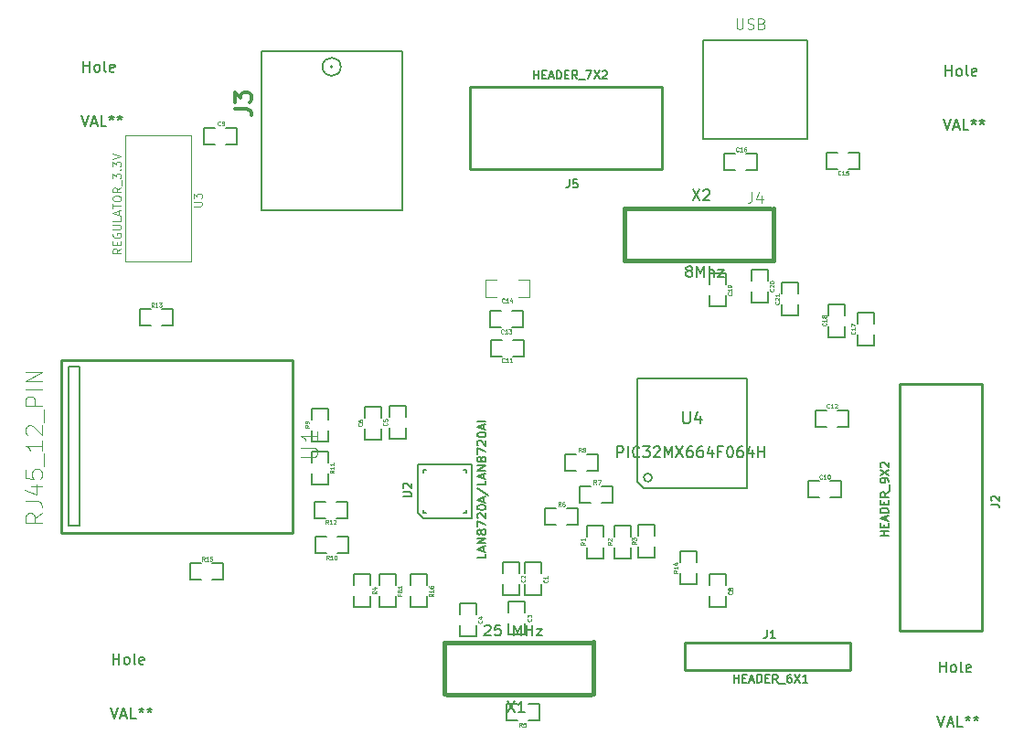
<source format=gto>
G04 (created by PCBNEW (2013-08-24 BZR 4298)-stable) date Tue 08 Oct 2013 10:17:30 PM PDT*
%MOIN*%
G04 Gerber Fmt 3.4, Leading zero omitted, Abs format*
%FSLAX34Y34*%
G01*
G70*
G90*
G04 APERTURE LIST*
%ADD10C,0.005906*%
%ADD11C,0.005900*%
%ADD12C,0.007900*%
%ADD13C,0.003900*%
%ADD14C,0.005000*%
%ADD15C,0.008000*%
%ADD16C,0.015000*%
%ADD17C,0.010000*%
%ADD18C,0.007874*%
%ADD19C,0.003700*%
%ADD20C,0.006000*%
%ADD21C,0.012000*%
%ADD22C,0.007500*%
G04 APERTURE END LIST*
G54D10*
G54D11*
X25638Y-42803D02*
X25638Y-41039D01*
X25834Y-42999D02*
X27598Y-42999D01*
X25834Y-42999D02*
X25638Y-42803D01*
G54D12*
X25932Y-42803D02*
X25834Y-42803D01*
X25834Y-42803D02*
X25834Y-42705D01*
X27402Y-42705D02*
X27402Y-42803D01*
X27402Y-42803D02*
X27304Y-42803D01*
X27304Y-41235D02*
X27402Y-41235D01*
X27402Y-41235D02*
X27402Y-41333D01*
X25834Y-41333D02*
X25834Y-41235D01*
X25834Y-41235D02*
X25932Y-41235D01*
G54D11*
X27598Y-41039D02*
X27598Y-42999D01*
X25638Y-41039D02*
X27598Y-41039D01*
G54D13*
X29299Y-34304D02*
X29699Y-34304D01*
X29701Y-34318D02*
X29701Y-34918D01*
X29701Y-34942D02*
X29301Y-34942D01*
X28517Y-34944D02*
X28117Y-34944D01*
X28111Y-34918D02*
X28111Y-34318D01*
X28113Y-34296D02*
X28513Y-34296D01*
G54D14*
X39832Y-29183D02*
X36052Y-29184D01*
X36052Y-29184D02*
X36052Y-25561D01*
X36052Y-25561D02*
X39832Y-25561D01*
X39832Y-25561D02*
X39832Y-29183D01*
G54D15*
X34182Y-41518D02*
G75*
G03X34182Y-41518I-150J0D01*
G74*
G01*
X37632Y-37918D02*
X33632Y-37918D01*
X33632Y-37918D02*
X33632Y-41668D01*
X33632Y-41668D02*
X33882Y-41918D01*
X33882Y-41918D02*
X37632Y-41918D01*
X37632Y-41918D02*
X37632Y-37918D01*
G54D16*
X26616Y-49416D02*
X26616Y-47524D01*
X32044Y-49410D02*
X32044Y-47518D01*
X31928Y-47524D02*
X26726Y-47524D01*
X31930Y-49422D02*
X26728Y-49422D01*
X38607Y-31713D02*
X38607Y-33605D01*
X33179Y-31719D02*
X33179Y-33611D01*
X33295Y-33605D02*
X38497Y-33605D01*
X33293Y-31707D02*
X38495Y-31707D01*
G54D10*
X13307Y-37460D02*
X12913Y-37460D01*
X12913Y-37460D02*
X12913Y-43287D01*
X12913Y-43287D02*
X13307Y-43287D01*
X13307Y-43287D02*
X13307Y-37460D01*
G54D17*
X21062Y-37224D02*
X21062Y-43523D01*
X21062Y-43523D02*
X12637Y-43523D01*
X12637Y-43523D02*
X12637Y-37224D01*
X12637Y-37224D02*
X21062Y-37224D01*
G54D10*
X22533Y-26541D02*
G75*
G03X22533Y-26541I-29J0D01*
G74*
G01*
X22838Y-26541D02*
G75*
G03X22838Y-26541I-334J0D01*
G74*
G01*
G54D12*
X19943Y-31787D02*
X19943Y-25960D01*
X19943Y-25960D02*
X25063Y-25960D01*
G54D10*
X25063Y-25960D02*
X25063Y-31787D01*
G54D12*
X25063Y-31787D02*
X19943Y-31787D01*
G54D14*
X25388Y-45449D02*
X25388Y-45049D01*
X25388Y-45049D02*
X25988Y-45049D01*
X25988Y-45049D02*
X25988Y-45449D01*
X25988Y-45849D02*
X25988Y-46249D01*
X25988Y-46249D02*
X25388Y-46249D01*
X25388Y-46249D02*
X25388Y-45849D01*
X17752Y-45240D02*
X17352Y-45240D01*
X17352Y-45240D02*
X17352Y-44640D01*
X17352Y-44640D02*
X17752Y-44640D01*
X18152Y-44640D02*
X18552Y-44640D01*
X18552Y-44640D02*
X18552Y-45240D01*
X18552Y-45240D02*
X18152Y-45240D01*
X35800Y-45018D02*
X35800Y-45418D01*
X35800Y-45418D02*
X35200Y-45418D01*
X35200Y-45418D02*
X35200Y-45018D01*
X35200Y-44618D02*
X35200Y-44218D01*
X35200Y-44218D02*
X35800Y-44218D01*
X35800Y-44218D02*
X35800Y-44618D01*
X22680Y-42396D02*
X23080Y-42396D01*
X23080Y-42396D02*
X23080Y-42996D01*
X23080Y-42996D02*
X22680Y-42996D01*
X22280Y-42996D02*
X21880Y-42996D01*
X21880Y-42996D02*
X21880Y-42396D01*
X21880Y-42396D02*
X22280Y-42396D01*
X21766Y-40961D02*
X21766Y-40561D01*
X21766Y-40561D02*
X22366Y-40561D01*
X22366Y-40561D02*
X22366Y-40961D01*
X22366Y-41361D02*
X22366Y-41761D01*
X22366Y-41761D02*
X21766Y-41761D01*
X21766Y-41761D02*
X21766Y-41361D01*
X22709Y-43686D02*
X23109Y-43686D01*
X23109Y-43686D02*
X23109Y-44286D01*
X23109Y-44286D02*
X22709Y-44286D01*
X22309Y-44286D02*
X21909Y-44286D01*
X21909Y-44286D02*
X21909Y-43686D01*
X21909Y-43686D02*
X22309Y-43686D01*
X22366Y-39796D02*
X22366Y-40196D01*
X22366Y-40196D02*
X21766Y-40196D01*
X21766Y-40196D02*
X21766Y-39796D01*
X21766Y-39396D02*
X21766Y-38996D01*
X21766Y-38996D02*
X22366Y-38996D01*
X22366Y-38996D02*
X22366Y-39396D01*
X31418Y-41272D02*
X31018Y-41272D01*
X31018Y-41272D02*
X31018Y-40672D01*
X31018Y-40672D02*
X31418Y-40672D01*
X31818Y-40672D02*
X32218Y-40672D01*
X32218Y-40672D02*
X32218Y-41272D01*
X32218Y-41272D02*
X31818Y-41272D01*
X31961Y-42441D02*
X31561Y-42441D01*
X31561Y-42441D02*
X31561Y-41841D01*
X31561Y-41841D02*
X31961Y-41841D01*
X32361Y-41841D02*
X32761Y-41841D01*
X32761Y-41841D02*
X32761Y-42441D01*
X32761Y-42441D02*
X32361Y-42441D01*
X30670Y-43240D02*
X30270Y-43240D01*
X30270Y-43240D02*
X30270Y-42640D01*
X30270Y-42640D02*
X30670Y-42640D01*
X31070Y-42640D02*
X31470Y-42640D01*
X31470Y-42640D02*
X31470Y-43240D01*
X31470Y-43240D02*
X31070Y-43240D01*
X29668Y-49786D02*
X30068Y-49786D01*
X30068Y-49786D02*
X30068Y-50386D01*
X30068Y-50386D02*
X29668Y-50386D01*
X29268Y-50386D02*
X28868Y-50386D01*
X28868Y-50386D02*
X28868Y-49786D01*
X28868Y-49786D02*
X29268Y-49786D01*
X23318Y-45429D02*
X23318Y-45029D01*
X23318Y-45029D02*
X23918Y-45029D01*
X23918Y-45029D02*
X23918Y-45429D01*
X23918Y-45829D02*
X23918Y-46229D01*
X23918Y-46229D02*
X23318Y-46229D01*
X23318Y-46229D02*
X23318Y-45829D01*
X34288Y-44038D02*
X34288Y-44438D01*
X34288Y-44438D02*
X33688Y-44438D01*
X33688Y-44438D02*
X33688Y-44038D01*
X33688Y-43638D02*
X33688Y-43238D01*
X33688Y-43238D02*
X34288Y-43238D01*
X34288Y-43238D02*
X34288Y-43638D01*
X33398Y-44058D02*
X33398Y-44458D01*
X33398Y-44458D02*
X32798Y-44458D01*
X32798Y-44458D02*
X32798Y-44058D01*
X32798Y-43658D02*
X32798Y-43258D01*
X32798Y-43258D02*
X33398Y-43258D01*
X33398Y-43258D02*
X33398Y-43658D01*
X32418Y-44062D02*
X32418Y-44462D01*
X32418Y-44462D02*
X31818Y-44462D01*
X31818Y-44462D02*
X31818Y-44062D01*
X31818Y-43662D02*
X31818Y-43262D01*
X31818Y-43262D02*
X32418Y-43262D01*
X32418Y-43262D02*
X32418Y-43662D01*
X24239Y-45449D02*
X24239Y-45049D01*
X24239Y-45049D02*
X24839Y-45049D01*
X24839Y-45049D02*
X24839Y-45449D01*
X24839Y-45849D02*
X24839Y-46249D01*
X24839Y-46249D02*
X24239Y-46249D01*
X24239Y-46249D02*
X24239Y-45849D01*
X39500Y-35219D02*
X39500Y-35619D01*
X39500Y-35619D02*
X38900Y-35619D01*
X38900Y-35619D02*
X38900Y-35219D01*
X38900Y-34819D02*
X38900Y-34419D01*
X38900Y-34419D02*
X39500Y-34419D01*
X39500Y-34419D02*
X39500Y-34819D01*
X37806Y-34331D02*
X37806Y-33931D01*
X37806Y-33931D02*
X38406Y-33931D01*
X38406Y-33931D02*
X38406Y-34331D01*
X38406Y-34731D02*
X38406Y-35131D01*
X38406Y-35131D02*
X37806Y-35131D01*
X37806Y-35131D02*
X37806Y-34731D01*
X36270Y-34481D02*
X36270Y-34081D01*
X36270Y-34081D02*
X36870Y-34081D01*
X36870Y-34081D02*
X36870Y-34481D01*
X36870Y-34881D02*
X36870Y-35281D01*
X36870Y-35281D02*
X36270Y-35281D01*
X36270Y-35281D02*
X36270Y-34881D01*
X41221Y-36003D02*
X41221Y-36403D01*
X41221Y-36403D02*
X40621Y-36403D01*
X40621Y-36403D02*
X40621Y-36003D01*
X40621Y-35603D02*
X40621Y-35203D01*
X40621Y-35203D02*
X41221Y-35203D01*
X41221Y-35203D02*
X41221Y-35603D01*
X42268Y-36306D02*
X42268Y-36706D01*
X42268Y-36706D02*
X41668Y-36706D01*
X41668Y-36706D02*
X41668Y-36306D01*
X41668Y-35906D02*
X41668Y-35506D01*
X41668Y-35506D02*
X42268Y-35506D01*
X42268Y-35506D02*
X42268Y-35906D01*
X37221Y-30309D02*
X36821Y-30309D01*
X36821Y-30309D02*
X36821Y-29709D01*
X36821Y-29709D02*
X37221Y-29709D01*
X37621Y-29709D02*
X38021Y-29709D01*
X38021Y-29709D02*
X38021Y-30309D01*
X38021Y-30309D02*
X37621Y-30309D01*
X41361Y-29656D02*
X41761Y-29656D01*
X41761Y-29656D02*
X41761Y-30256D01*
X41761Y-30256D02*
X41361Y-30256D01*
X40961Y-30256D02*
X40561Y-30256D01*
X40561Y-30256D02*
X40561Y-29656D01*
X40561Y-29656D02*
X40961Y-29656D01*
X29074Y-35444D02*
X29474Y-35444D01*
X29474Y-35444D02*
X29474Y-36044D01*
X29474Y-36044D02*
X29074Y-36044D01*
X28674Y-36044D02*
X28274Y-36044D01*
X28274Y-36044D02*
X28274Y-35444D01*
X28274Y-35444D02*
X28674Y-35444D01*
X40532Y-39666D02*
X40132Y-39666D01*
X40132Y-39666D02*
X40132Y-39066D01*
X40132Y-39066D02*
X40532Y-39066D01*
X40932Y-39066D02*
X41332Y-39066D01*
X41332Y-39066D02*
X41332Y-39666D01*
X41332Y-39666D02*
X40932Y-39666D01*
X29105Y-36495D02*
X29505Y-36495D01*
X29505Y-36495D02*
X29505Y-37095D01*
X29505Y-37095D02*
X29105Y-37095D01*
X28705Y-37095D02*
X28305Y-37095D01*
X28305Y-37095D02*
X28305Y-36495D01*
X28305Y-36495D02*
X28705Y-36495D01*
X40272Y-42252D02*
X39872Y-42252D01*
X39872Y-42252D02*
X39872Y-41652D01*
X39872Y-41652D02*
X40272Y-41652D01*
X40672Y-41652D02*
X41072Y-41652D01*
X41072Y-41652D02*
X41072Y-42252D01*
X41072Y-42252D02*
X40672Y-42252D01*
X18256Y-29362D02*
X17856Y-29362D01*
X17856Y-29362D02*
X17856Y-28762D01*
X17856Y-28762D02*
X18256Y-28762D01*
X18656Y-28762D02*
X19056Y-28762D01*
X19056Y-28762D02*
X19056Y-29362D01*
X19056Y-29362D02*
X18656Y-29362D01*
X36290Y-45453D02*
X36290Y-45053D01*
X36290Y-45053D02*
X36890Y-45053D01*
X36890Y-45053D02*
X36890Y-45453D01*
X36890Y-45853D02*
X36890Y-46253D01*
X36890Y-46253D02*
X36290Y-46253D01*
X36290Y-46253D02*
X36290Y-45853D01*
X24300Y-39739D02*
X24300Y-40139D01*
X24300Y-40139D02*
X23700Y-40139D01*
X23700Y-40139D02*
X23700Y-39739D01*
X23700Y-39339D02*
X23700Y-38939D01*
X23700Y-38939D02*
X24300Y-38939D01*
X24300Y-38939D02*
X24300Y-39339D01*
X25213Y-39711D02*
X25213Y-40111D01*
X25213Y-40111D02*
X24613Y-40111D01*
X24613Y-40111D02*
X24613Y-39711D01*
X24613Y-39311D02*
X24613Y-38911D01*
X24613Y-38911D02*
X25213Y-38911D01*
X25213Y-38911D02*
X25213Y-39311D01*
X27168Y-46500D02*
X27168Y-46100D01*
X27168Y-46100D02*
X27768Y-46100D01*
X27768Y-46100D02*
X27768Y-46500D01*
X27768Y-46900D02*
X27768Y-47300D01*
X27768Y-47300D02*
X27168Y-47300D01*
X27168Y-47300D02*
X27168Y-46900D01*
X28959Y-46429D02*
X28959Y-46029D01*
X28959Y-46029D02*
X29559Y-46029D01*
X29559Y-46029D02*
X29559Y-46429D01*
X29559Y-46829D02*
X29559Y-47229D01*
X29559Y-47229D02*
X28959Y-47229D01*
X28959Y-47229D02*
X28959Y-46829D01*
X28731Y-45000D02*
X28731Y-44600D01*
X28731Y-44600D02*
X29331Y-44600D01*
X29331Y-44600D02*
X29331Y-45000D01*
X29331Y-45400D02*
X29331Y-45800D01*
X29331Y-45800D02*
X28731Y-45800D01*
X28731Y-45800D02*
X28731Y-45400D01*
X29558Y-45020D02*
X29558Y-44620D01*
X29558Y-44620D02*
X30158Y-44620D01*
X30158Y-44620D02*
X30158Y-45020D01*
X30158Y-45420D02*
X30158Y-45820D01*
X30158Y-45820D02*
X29558Y-45820D01*
X29558Y-45820D02*
X29558Y-45420D01*
X15902Y-35979D02*
X15502Y-35979D01*
X15502Y-35979D02*
X15502Y-35379D01*
X15502Y-35379D02*
X15902Y-35379D01*
X16302Y-35379D02*
X16702Y-35379D01*
X16702Y-35379D02*
X16702Y-35979D01*
X16702Y-35979D02*
X16302Y-35979D01*
G54D13*
X17385Y-29050D02*
X17385Y-33650D01*
X17385Y-33650D02*
X14985Y-33650D01*
X14985Y-33650D02*
X14985Y-29050D01*
X14985Y-29050D02*
X17385Y-29050D01*
G54D17*
X41401Y-47531D02*
X35401Y-47531D01*
X41401Y-47531D02*
X41401Y-48531D01*
X41407Y-48537D02*
X35395Y-48537D01*
X35395Y-48537D02*
X35395Y-47529D01*
X34537Y-27255D02*
X34537Y-30255D01*
X34543Y-27255D02*
X27543Y-27255D01*
X34543Y-30255D02*
X27543Y-30255D01*
X27539Y-30255D02*
X27539Y-27255D01*
X43226Y-38094D02*
X46226Y-38094D01*
X43196Y-38094D02*
X43196Y-47094D01*
X46196Y-38094D02*
X46196Y-47094D01*
X46226Y-47102D02*
X43226Y-47102D01*
G54D18*
X25097Y-42220D02*
X25352Y-42220D01*
X25382Y-42205D01*
X25397Y-42190D01*
X25412Y-42160D01*
X25412Y-42100D01*
X25397Y-42070D01*
X25382Y-42055D01*
X25352Y-42040D01*
X25097Y-42040D01*
X25127Y-41905D02*
X25112Y-41890D01*
X25097Y-41860D01*
X25097Y-41785D01*
X25112Y-41755D01*
X25127Y-41740D01*
X25157Y-41725D01*
X25187Y-41725D01*
X25232Y-41740D01*
X25412Y-41920D01*
X25412Y-41725D01*
X28128Y-44290D02*
X28128Y-44440D01*
X27813Y-44440D01*
X28038Y-44200D02*
X28038Y-44050D01*
X28128Y-44230D02*
X27813Y-44125D01*
X28128Y-44020D01*
X28128Y-43915D02*
X27813Y-43915D01*
X28128Y-43735D01*
X27813Y-43735D01*
X27948Y-43540D02*
X27933Y-43570D01*
X27918Y-43585D01*
X27888Y-43600D01*
X27873Y-43600D01*
X27843Y-43585D01*
X27828Y-43570D01*
X27813Y-43540D01*
X27813Y-43480D01*
X27828Y-43450D01*
X27843Y-43435D01*
X27873Y-43420D01*
X27888Y-43420D01*
X27918Y-43435D01*
X27933Y-43450D01*
X27948Y-43480D01*
X27948Y-43540D01*
X27963Y-43570D01*
X27978Y-43585D01*
X28008Y-43600D01*
X28068Y-43600D01*
X28098Y-43585D01*
X28113Y-43570D01*
X28128Y-43540D01*
X28128Y-43480D01*
X28113Y-43450D01*
X28098Y-43435D01*
X28068Y-43420D01*
X28008Y-43420D01*
X27978Y-43435D01*
X27963Y-43450D01*
X27948Y-43480D01*
X27813Y-43315D02*
X27813Y-43105D01*
X28128Y-43240D01*
X27843Y-43000D02*
X27828Y-42985D01*
X27813Y-42955D01*
X27813Y-42880D01*
X27828Y-42850D01*
X27843Y-42835D01*
X27873Y-42820D01*
X27903Y-42820D01*
X27948Y-42835D01*
X28128Y-43015D01*
X28128Y-42820D01*
X27813Y-42625D02*
X27813Y-42595D01*
X27828Y-42565D01*
X27843Y-42550D01*
X27873Y-42535D01*
X27933Y-42520D01*
X28008Y-42520D01*
X28068Y-42535D01*
X28098Y-42550D01*
X28113Y-42565D01*
X28128Y-42595D01*
X28128Y-42625D01*
X28113Y-42655D01*
X28098Y-42670D01*
X28068Y-42685D01*
X28008Y-42700D01*
X27933Y-42700D01*
X27873Y-42685D01*
X27843Y-42670D01*
X27828Y-42655D01*
X27813Y-42625D01*
X28038Y-42400D02*
X28038Y-42250D01*
X28128Y-42430D02*
X27813Y-42325D01*
X28128Y-42220D01*
X27798Y-41890D02*
X28203Y-42160D01*
X28128Y-41635D02*
X28128Y-41785D01*
X27813Y-41785D01*
X28038Y-41545D02*
X28038Y-41395D01*
X28128Y-41575D02*
X27813Y-41470D01*
X28128Y-41365D01*
X28128Y-41260D02*
X27813Y-41260D01*
X28128Y-41080D01*
X27813Y-41080D01*
X27948Y-40885D02*
X27933Y-40915D01*
X27918Y-40930D01*
X27888Y-40945D01*
X27873Y-40945D01*
X27843Y-40930D01*
X27828Y-40915D01*
X27813Y-40885D01*
X27813Y-40825D01*
X27828Y-40795D01*
X27843Y-40780D01*
X27873Y-40765D01*
X27888Y-40765D01*
X27918Y-40780D01*
X27933Y-40795D01*
X27948Y-40825D01*
X27948Y-40885D01*
X27963Y-40915D01*
X27978Y-40930D01*
X28008Y-40945D01*
X28068Y-40945D01*
X28098Y-40930D01*
X28113Y-40915D01*
X28128Y-40885D01*
X28128Y-40825D01*
X28113Y-40795D01*
X28098Y-40780D01*
X28068Y-40765D01*
X28008Y-40765D01*
X27978Y-40780D01*
X27963Y-40795D01*
X27948Y-40825D01*
X27813Y-40660D02*
X27813Y-40450D01*
X28128Y-40585D01*
X27843Y-40345D02*
X27828Y-40330D01*
X27813Y-40300D01*
X27813Y-40226D01*
X27828Y-40196D01*
X27843Y-40181D01*
X27873Y-40166D01*
X27903Y-40166D01*
X27948Y-40181D01*
X28128Y-40360D01*
X28128Y-40166D01*
X27813Y-39971D02*
X27813Y-39941D01*
X27828Y-39911D01*
X27843Y-39896D01*
X27873Y-39881D01*
X27933Y-39866D01*
X28008Y-39866D01*
X28068Y-39881D01*
X28098Y-39896D01*
X28113Y-39911D01*
X28128Y-39941D01*
X28128Y-39971D01*
X28113Y-40001D01*
X28098Y-40016D01*
X28068Y-40031D01*
X28008Y-40046D01*
X27933Y-40046D01*
X27873Y-40031D01*
X27843Y-40016D01*
X27828Y-40001D01*
X27813Y-39971D01*
X28038Y-39746D02*
X28038Y-39596D01*
X28128Y-39776D02*
X27813Y-39671D01*
X28128Y-39566D01*
X28128Y-39461D02*
X27813Y-39461D01*
G54D19*
X28799Y-35123D02*
X28791Y-35130D01*
X28770Y-35137D01*
X28756Y-35137D01*
X28734Y-35130D01*
X28720Y-35116D01*
X28713Y-35102D01*
X28706Y-35073D01*
X28706Y-35052D01*
X28713Y-35023D01*
X28720Y-35009D01*
X28734Y-34995D01*
X28756Y-34987D01*
X28770Y-34987D01*
X28791Y-34995D01*
X28799Y-35002D01*
X28941Y-35137D02*
X28856Y-35137D01*
X28899Y-35137D02*
X28899Y-34987D01*
X28884Y-35009D01*
X28870Y-35023D01*
X28856Y-35030D01*
X29070Y-35037D02*
X29070Y-35137D01*
X29034Y-34980D02*
X28999Y-35087D01*
X29091Y-35087D01*
G54D13*
X37826Y-31110D02*
X37826Y-31391D01*
X37807Y-31447D01*
X37770Y-31485D01*
X37714Y-31504D01*
X37676Y-31504D01*
X38183Y-31241D02*
X38183Y-31504D01*
X38089Y-31091D02*
X37995Y-31372D01*
X38239Y-31372D01*
X37270Y-24776D02*
X37270Y-25095D01*
X37289Y-25132D01*
X37308Y-25151D01*
X37345Y-25170D01*
X37420Y-25170D01*
X37458Y-25151D01*
X37477Y-25132D01*
X37495Y-25095D01*
X37495Y-24776D01*
X37664Y-25151D02*
X37721Y-25170D01*
X37814Y-25170D01*
X37852Y-25151D01*
X37871Y-25132D01*
X37889Y-25095D01*
X37889Y-25057D01*
X37871Y-25020D01*
X37852Y-25001D01*
X37814Y-24982D01*
X37739Y-24963D01*
X37702Y-24945D01*
X37683Y-24926D01*
X37664Y-24888D01*
X37664Y-24851D01*
X37683Y-24813D01*
X37702Y-24795D01*
X37739Y-24776D01*
X37833Y-24776D01*
X37889Y-24795D01*
X38190Y-24963D02*
X38246Y-24982D01*
X38265Y-25001D01*
X38283Y-25038D01*
X38283Y-25095D01*
X38265Y-25132D01*
X38246Y-25151D01*
X38208Y-25170D01*
X38058Y-25170D01*
X38058Y-24776D01*
X38190Y-24776D01*
X38227Y-24795D01*
X38246Y-24813D01*
X38265Y-24851D01*
X38265Y-24888D01*
X38246Y-24926D01*
X38227Y-24945D01*
X38190Y-24963D01*
X38058Y-24963D01*
G54D14*
X35320Y-39113D02*
X35320Y-39464D01*
X35341Y-39505D01*
X35361Y-39526D01*
X35402Y-39546D01*
X35485Y-39546D01*
X35526Y-39526D01*
X35547Y-39505D01*
X35567Y-39464D01*
X35567Y-39113D01*
X35959Y-39258D02*
X35959Y-39546D01*
X35856Y-39093D02*
X35753Y-39402D01*
X36021Y-39402D01*
G54D20*
X32917Y-40779D02*
X32917Y-40385D01*
X33067Y-40385D01*
X33105Y-40403D01*
X33123Y-40422D01*
X33142Y-40460D01*
X33142Y-40516D01*
X33123Y-40553D01*
X33105Y-40572D01*
X33067Y-40591D01*
X32917Y-40591D01*
X33311Y-40779D02*
X33311Y-40385D01*
X33724Y-40741D02*
X33705Y-40760D01*
X33649Y-40779D01*
X33611Y-40779D01*
X33555Y-40760D01*
X33517Y-40722D01*
X33499Y-40685D01*
X33480Y-40610D01*
X33480Y-40553D01*
X33499Y-40478D01*
X33517Y-40441D01*
X33555Y-40403D01*
X33611Y-40385D01*
X33649Y-40385D01*
X33705Y-40403D01*
X33724Y-40422D01*
X33855Y-40385D02*
X34099Y-40385D01*
X33968Y-40535D01*
X34024Y-40535D01*
X34061Y-40553D01*
X34080Y-40572D01*
X34099Y-40610D01*
X34099Y-40703D01*
X34080Y-40741D01*
X34061Y-40760D01*
X34024Y-40779D01*
X33911Y-40779D01*
X33874Y-40760D01*
X33855Y-40741D01*
X34249Y-40422D02*
X34268Y-40403D01*
X34305Y-40385D01*
X34399Y-40385D01*
X34437Y-40403D01*
X34455Y-40422D01*
X34474Y-40460D01*
X34474Y-40497D01*
X34455Y-40553D01*
X34230Y-40779D01*
X34474Y-40779D01*
X34643Y-40779D02*
X34643Y-40385D01*
X34774Y-40666D01*
X34906Y-40385D01*
X34906Y-40779D01*
X35056Y-40385D02*
X35318Y-40779D01*
X35318Y-40385D02*
X35056Y-40779D01*
X35637Y-40385D02*
X35562Y-40385D01*
X35525Y-40403D01*
X35506Y-40422D01*
X35469Y-40478D01*
X35450Y-40553D01*
X35450Y-40703D01*
X35469Y-40741D01*
X35487Y-40760D01*
X35525Y-40779D01*
X35600Y-40779D01*
X35637Y-40760D01*
X35656Y-40741D01*
X35675Y-40703D01*
X35675Y-40610D01*
X35656Y-40572D01*
X35637Y-40553D01*
X35600Y-40535D01*
X35525Y-40535D01*
X35487Y-40553D01*
X35469Y-40572D01*
X35450Y-40610D01*
X36013Y-40385D02*
X35938Y-40385D01*
X35900Y-40403D01*
X35881Y-40422D01*
X35844Y-40478D01*
X35825Y-40553D01*
X35825Y-40703D01*
X35844Y-40741D01*
X35863Y-40760D01*
X35900Y-40779D01*
X35975Y-40779D01*
X36013Y-40760D01*
X36031Y-40741D01*
X36050Y-40703D01*
X36050Y-40610D01*
X36031Y-40572D01*
X36013Y-40553D01*
X35975Y-40535D01*
X35900Y-40535D01*
X35863Y-40553D01*
X35844Y-40572D01*
X35825Y-40610D01*
X36388Y-40516D02*
X36388Y-40779D01*
X36294Y-40366D02*
X36200Y-40647D01*
X36444Y-40647D01*
X36726Y-40572D02*
X36594Y-40572D01*
X36594Y-40779D02*
X36594Y-40385D01*
X36782Y-40385D01*
X37007Y-40385D02*
X37045Y-40385D01*
X37082Y-40403D01*
X37101Y-40422D01*
X37120Y-40460D01*
X37138Y-40535D01*
X37138Y-40628D01*
X37120Y-40703D01*
X37101Y-40741D01*
X37082Y-40760D01*
X37045Y-40779D01*
X37007Y-40779D01*
X36970Y-40760D01*
X36951Y-40741D01*
X36932Y-40703D01*
X36913Y-40628D01*
X36913Y-40535D01*
X36932Y-40460D01*
X36951Y-40422D01*
X36970Y-40403D01*
X37007Y-40385D01*
X37476Y-40385D02*
X37401Y-40385D01*
X37364Y-40403D01*
X37345Y-40422D01*
X37307Y-40478D01*
X37288Y-40553D01*
X37288Y-40703D01*
X37307Y-40741D01*
X37326Y-40760D01*
X37364Y-40779D01*
X37439Y-40779D01*
X37476Y-40760D01*
X37495Y-40741D01*
X37514Y-40703D01*
X37514Y-40610D01*
X37495Y-40572D01*
X37476Y-40553D01*
X37439Y-40535D01*
X37364Y-40535D01*
X37326Y-40553D01*
X37307Y-40572D01*
X37288Y-40610D01*
X37851Y-40516D02*
X37851Y-40779D01*
X37758Y-40366D02*
X37664Y-40647D01*
X37908Y-40647D01*
X38058Y-40779D02*
X38058Y-40385D01*
X38058Y-40572D02*
X38283Y-40572D01*
X38283Y-40779D02*
X38283Y-40385D01*
G54D12*
X28921Y-49678D02*
X29184Y-50072D01*
X29184Y-49678D02*
X28921Y-50072D01*
X29540Y-50072D02*
X29315Y-50072D01*
X29428Y-50072D02*
X29428Y-49678D01*
X29390Y-49734D01*
X29353Y-49772D01*
X29315Y-49791D01*
X28079Y-46930D02*
X28098Y-46911D01*
X28135Y-46892D01*
X28229Y-46892D01*
X28267Y-46911D01*
X28285Y-46930D01*
X28304Y-46967D01*
X28304Y-47005D01*
X28285Y-47061D01*
X28060Y-47286D01*
X28304Y-47286D01*
X28661Y-46892D02*
X28473Y-46892D01*
X28454Y-47080D01*
X28473Y-47061D01*
X28510Y-47042D01*
X28604Y-47042D01*
X28642Y-47061D01*
X28661Y-47080D01*
X28679Y-47117D01*
X28679Y-47211D01*
X28661Y-47249D01*
X28642Y-47267D01*
X28604Y-47286D01*
X28510Y-47286D01*
X28473Y-47267D01*
X28454Y-47249D01*
X29148Y-47286D02*
X29148Y-46892D01*
X29280Y-47174D01*
X29411Y-46892D01*
X29411Y-47286D01*
X29599Y-47286D02*
X29599Y-46892D01*
X29599Y-47080D02*
X29824Y-47080D01*
X29824Y-47286D02*
X29824Y-46892D01*
X29974Y-47023D02*
X30180Y-47023D01*
X29974Y-47286D01*
X30180Y-47286D01*
X35664Y-31019D02*
X35927Y-31413D01*
X35927Y-31019D02*
X35664Y-31413D01*
X36058Y-31057D02*
X36077Y-31038D01*
X36115Y-31019D01*
X36208Y-31019D01*
X36246Y-31038D01*
X36265Y-31057D01*
X36283Y-31094D01*
X36283Y-31132D01*
X36265Y-31188D01*
X36039Y-31413D01*
X36283Y-31413D01*
X35503Y-33974D02*
X35465Y-33955D01*
X35447Y-33937D01*
X35428Y-33899D01*
X35428Y-33880D01*
X35447Y-33843D01*
X35465Y-33824D01*
X35503Y-33805D01*
X35578Y-33805D01*
X35615Y-33824D01*
X35634Y-33843D01*
X35653Y-33880D01*
X35653Y-33899D01*
X35634Y-33937D01*
X35615Y-33955D01*
X35578Y-33974D01*
X35503Y-33974D01*
X35465Y-33993D01*
X35447Y-34012D01*
X35428Y-34049D01*
X35428Y-34124D01*
X35447Y-34162D01*
X35465Y-34181D01*
X35503Y-34199D01*
X35578Y-34199D01*
X35615Y-34181D01*
X35634Y-34162D01*
X35653Y-34124D01*
X35653Y-34049D01*
X35634Y-34012D01*
X35615Y-33993D01*
X35578Y-33974D01*
X35822Y-34199D02*
X35822Y-33805D01*
X35953Y-34087D01*
X36084Y-33805D01*
X36084Y-34199D01*
X36272Y-34199D02*
X36272Y-33805D01*
X36441Y-34199D02*
X36441Y-33993D01*
X36422Y-33955D01*
X36385Y-33937D01*
X36328Y-33937D01*
X36291Y-33955D01*
X36272Y-33974D01*
X36591Y-33937D02*
X36797Y-33937D01*
X36591Y-34199D01*
X36797Y-34199D01*
G54D13*
X21389Y-40771D02*
X21875Y-40771D01*
X21932Y-40742D01*
X21961Y-40714D01*
X21989Y-40656D01*
X21989Y-40542D01*
X21961Y-40485D01*
X21932Y-40456D01*
X21875Y-40428D01*
X21389Y-40428D01*
X21989Y-39828D02*
X21989Y-40171D01*
X21989Y-39999D02*
X21389Y-39999D01*
X21475Y-40056D01*
X21532Y-40114D01*
X21561Y-40171D01*
X11949Y-42814D02*
X11664Y-43014D01*
X11949Y-43156D02*
X11349Y-43156D01*
X11349Y-42928D01*
X11378Y-42871D01*
X11406Y-42842D01*
X11464Y-42814D01*
X11549Y-42814D01*
X11606Y-42842D01*
X11635Y-42871D01*
X11664Y-42928D01*
X11664Y-43156D01*
X11349Y-42385D02*
X11778Y-42385D01*
X11864Y-42414D01*
X11921Y-42471D01*
X11949Y-42556D01*
X11949Y-42614D01*
X11549Y-41842D02*
X11949Y-41842D01*
X11321Y-41985D02*
X11749Y-42128D01*
X11749Y-41756D01*
X11349Y-41242D02*
X11349Y-41528D01*
X11635Y-41556D01*
X11606Y-41528D01*
X11578Y-41471D01*
X11578Y-41328D01*
X11606Y-41271D01*
X11635Y-41242D01*
X11692Y-41214D01*
X11835Y-41214D01*
X11892Y-41242D01*
X11921Y-41271D01*
X11949Y-41328D01*
X11949Y-41471D01*
X11921Y-41528D01*
X11892Y-41556D01*
X12006Y-41099D02*
X12006Y-40642D01*
X11949Y-40185D02*
X11949Y-40528D01*
X11949Y-40356D02*
X11349Y-40356D01*
X11435Y-40414D01*
X11492Y-40471D01*
X11521Y-40528D01*
X11406Y-39956D02*
X11378Y-39928D01*
X11349Y-39871D01*
X11349Y-39728D01*
X11378Y-39671D01*
X11406Y-39642D01*
X11464Y-39614D01*
X11521Y-39614D01*
X11606Y-39642D01*
X11949Y-39985D01*
X11949Y-39614D01*
X12006Y-39499D02*
X12006Y-39042D01*
X11949Y-38899D02*
X11349Y-38899D01*
X11349Y-38671D01*
X11378Y-38614D01*
X11406Y-38585D01*
X11464Y-38556D01*
X11549Y-38556D01*
X11606Y-38585D01*
X11635Y-38614D01*
X11664Y-38671D01*
X11664Y-38899D01*
X11949Y-38299D02*
X11349Y-38299D01*
X11949Y-38014D02*
X11349Y-38014D01*
X11949Y-37671D01*
X11349Y-37671D01*
G54D21*
X18963Y-28067D02*
X19391Y-28067D01*
X19477Y-28095D01*
X19534Y-28152D01*
X19563Y-28238D01*
X19563Y-28295D01*
X18963Y-27838D02*
X18963Y-27467D01*
X19191Y-27667D01*
X19191Y-27581D01*
X19220Y-27524D01*
X19249Y-27495D01*
X19306Y-27467D01*
X19449Y-27467D01*
X19506Y-27495D01*
X19534Y-27524D01*
X19563Y-27581D01*
X19563Y-27752D01*
X19534Y-27809D01*
X19506Y-27838D01*
G54D19*
X26208Y-45756D02*
X26137Y-45806D01*
X26208Y-45841D02*
X26058Y-45841D01*
X26058Y-45784D01*
X26065Y-45770D01*
X26073Y-45763D01*
X26087Y-45756D01*
X26108Y-45756D01*
X26123Y-45763D01*
X26130Y-45770D01*
X26137Y-45784D01*
X26137Y-45841D01*
X26208Y-45613D02*
X26208Y-45698D01*
X26208Y-45656D02*
X26058Y-45656D01*
X26080Y-45670D01*
X26094Y-45684D01*
X26101Y-45698D01*
X26058Y-45484D02*
X26058Y-45513D01*
X26065Y-45527D01*
X26073Y-45534D01*
X26094Y-45548D01*
X26123Y-45556D01*
X26180Y-45556D01*
X26194Y-45548D01*
X26201Y-45541D01*
X26208Y-45527D01*
X26208Y-45498D01*
X26201Y-45484D01*
X26194Y-45477D01*
X26180Y-45470D01*
X26144Y-45470D01*
X26130Y-45477D01*
X26123Y-45484D01*
X26115Y-45498D01*
X26115Y-45527D01*
X26123Y-45541D01*
X26130Y-45548D01*
X26144Y-45556D01*
X17866Y-44556D02*
X17816Y-44485D01*
X17780Y-44556D02*
X17780Y-44406D01*
X17837Y-44406D01*
X17852Y-44413D01*
X17859Y-44421D01*
X17866Y-44435D01*
X17866Y-44456D01*
X17859Y-44471D01*
X17852Y-44478D01*
X17837Y-44485D01*
X17780Y-44485D01*
X18009Y-44556D02*
X17923Y-44556D01*
X17966Y-44556D02*
X17966Y-44406D01*
X17952Y-44428D01*
X17937Y-44442D01*
X17923Y-44449D01*
X18144Y-44406D02*
X18073Y-44406D01*
X18066Y-44478D01*
X18073Y-44471D01*
X18087Y-44463D01*
X18123Y-44463D01*
X18137Y-44471D01*
X18144Y-44478D01*
X18152Y-44492D01*
X18152Y-44528D01*
X18144Y-44542D01*
X18137Y-44549D01*
X18123Y-44556D01*
X18087Y-44556D01*
X18073Y-44549D01*
X18066Y-44542D01*
X35115Y-44905D02*
X35044Y-44955D01*
X35115Y-44991D02*
X34965Y-44991D01*
X34965Y-44933D01*
X34973Y-44919D01*
X34980Y-44912D01*
X34994Y-44905D01*
X35015Y-44905D01*
X35030Y-44912D01*
X35037Y-44919D01*
X35044Y-44933D01*
X35044Y-44991D01*
X35115Y-44762D02*
X35115Y-44848D01*
X35115Y-44805D02*
X34965Y-44805D01*
X34987Y-44819D01*
X35001Y-44833D01*
X35008Y-44848D01*
X35015Y-44633D02*
X35115Y-44633D01*
X34958Y-44669D02*
X35065Y-44705D01*
X35065Y-44612D01*
X22373Y-43216D02*
X22323Y-43145D01*
X22288Y-43216D02*
X22288Y-43066D01*
X22345Y-43066D01*
X22359Y-43073D01*
X22366Y-43080D01*
X22373Y-43095D01*
X22373Y-43116D01*
X22366Y-43130D01*
X22359Y-43138D01*
X22345Y-43145D01*
X22288Y-43145D01*
X22516Y-43216D02*
X22431Y-43216D01*
X22473Y-43216D02*
X22473Y-43066D01*
X22459Y-43088D01*
X22445Y-43102D01*
X22431Y-43109D01*
X22573Y-43080D02*
X22581Y-43073D01*
X22595Y-43066D01*
X22631Y-43066D01*
X22645Y-43073D01*
X22652Y-43080D01*
X22659Y-43095D01*
X22659Y-43109D01*
X22652Y-43130D01*
X22566Y-43216D01*
X22659Y-43216D01*
X22586Y-41267D02*
X22515Y-41317D01*
X22586Y-41353D02*
X22436Y-41353D01*
X22436Y-41296D01*
X22443Y-41282D01*
X22451Y-41274D01*
X22465Y-41267D01*
X22486Y-41267D01*
X22501Y-41274D01*
X22508Y-41282D01*
X22515Y-41296D01*
X22515Y-41353D01*
X22586Y-41124D02*
X22586Y-41210D01*
X22586Y-41167D02*
X22436Y-41167D01*
X22458Y-41182D01*
X22472Y-41196D01*
X22479Y-41210D01*
X22586Y-40982D02*
X22586Y-41067D01*
X22586Y-41024D02*
X22436Y-41024D01*
X22458Y-41039D01*
X22472Y-41053D01*
X22479Y-41067D01*
X22403Y-44506D02*
X22353Y-44434D01*
X22317Y-44506D02*
X22317Y-44356D01*
X22374Y-44356D01*
X22389Y-44363D01*
X22396Y-44370D01*
X22403Y-44384D01*
X22403Y-44406D01*
X22396Y-44420D01*
X22389Y-44427D01*
X22374Y-44434D01*
X22317Y-44434D01*
X22546Y-44506D02*
X22460Y-44506D01*
X22503Y-44506D02*
X22503Y-44356D01*
X22489Y-44377D01*
X22474Y-44391D01*
X22460Y-44398D01*
X22639Y-44356D02*
X22653Y-44356D01*
X22667Y-44363D01*
X22674Y-44370D01*
X22681Y-44384D01*
X22689Y-44413D01*
X22689Y-44448D01*
X22681Y-44477D01*
X22674Y-44491D01*
X22667Y-44498D01*
X22653Y-44506D01*
X22639Y-44506D01*
X22624Y-44498D01*
X22617Y-44491D01*
X22610Y-44477D01*
X22603Y-44448D01*
X22603Y-44413D01*
X22610Y-44384D01*
X22617Y-44370D01*
X22624Y-44363D01*
X22639Y-44356D01*
X21682Y-39611D02*
X21611Y-39661D01*
X21682Y-39697D02*
X21532Y-39697D01*
X21532Y-39640D01*
X21539Y-39625D01*
X21547Y-39618D01*
X21561Y-39611D01*
X21582Y-39611D01*
X21597Y-39618D01*
X21604Y-39625D01*
X21611Y-39640D01*
X21611Y-39697D01*
X21682Y-39540D02*
X21682Y-39511D01*
X21675Y-39497D01*
X21668Y-39490D01*
X21647Y-39475D01*
X21618Y-39468D01*
X21561Y-39468D01*
X21547Y-39475D01*
X21539Y-39482D01*
X21532Y-39497D01*
X21532Y-39525D01*
X21539Y-39540D01*
X21547Y-39547D01*
X21561Y-39554D01*
X21597Y-39554D01*
X21611Y-39547D01*
X21618Y-39540D01*
X21625Y-39525D01*
X21625Y-39497D01*
X21618Y-39482D01*
X21611Y-39475D01*
X21597Y-39468D01*
X31603Y-40588D02*
X31553Y-40516D01*
X31517Y-40588D02*
X31517Y-40438D01*
X31574Y-40438D01*
X31588Y-40445D01*
X31595Y-40452D01*
X31603Y-40466D01*
X31603Y-40488D01*
X31595Y-40502D01*
X31588Y-40509D01*
X31574Y-40516D01*
X31517Y-40516D01*
X31688Y-40502D02*
X31674Y-40495D01*
X31667Y-40488D01*
X31660Y-40474D01*
X31660Y-40466D01*
X31667Y-40452D01*
X31674Y-40445D01*
X31688Y-40438D01*
X31717Y-40438D01*
X31731Y-40445D01*
X31738Y-40452D01*
X31745Y-40466D01*
X31745Y-40474D01*
X31738Y-40488D01*
X31731Y-40495D01*
X31717Y-40502D01*
X31688Y-40502D01*
X31674Y-40509D01*
X31667Y-40516D01*
X31660Y-40531D01*
X31660Y-40559D01*
X31667Y-40574D01*
X31674Y-40581D01*
X31688Y-40588D01*
X31717Y-40588D01*
X31731Y-40581D01*
X31738Y-40574D01*
X31745Y-40559D01*
X31745Y-40531D01*
X31738Y-40516D01*
X31731Y-40509D01*
X31717Y-40502D01*
X32146Y-41757D02*
X32096Y-41686D01*
X32060Y-41757D02*
X32060Y-41607D01*
X32117Y-41607D01*
X32132Y-41614D01*
X32139Y-41621D01*
X32146Y-41636D01*
X32146Y-41657D01*
X32139Y-41671D01*
X32132Y-41679D01*
X32117Y-41686D01*
X32060Y-41686D01*
X32196Y-41607D02*
X32296Y-41607D01*
X32232Y-41757D01*
X30855Y-42556D02*
X30805Y-42485D01*
X30769Y-42556D02*
X30769Y-42406D01*
X30826Y-42406D01*
X30840Y-42413D01*
X30847Y-42421D01*
X30855Y-42435D01*
X30855Y-42456D01*
X30847Y-42471D01*
X30840Y-42478D01*
X30826Y-42485D01*
X30769Y-42485D01*
X30983Y-42406D02*
X30955Y-42406D01*
X30940Y-42413D01*
X30933Y-42421D01*
X30919Y-42442D01*
X30912Y-42471D01*
X30912Y-42528D01*
X30919Y-42542D01*
X30926Y-42549D01*
X30940Y-42556D01*
X30969Y-42556D01*
X30983Y-42549D01*
X30990Y-42542D01*
X30997Y-42528D01*
X30997Y-42492D01*
X30990Y-42478D01*
X30983Y-42471D01*
X30969Y-42463D01*
X30940Y-42463D01*
X30926Y-42471D01*
X30919Y-42478D01*
X30912Y-42492D01*
X29433Y-50606D02*
X29383Y-50535D01*
X29347Y-50606D02*
X29347Y-50456D01*
X29404Y-50456D01*
X29419Y-50463D01*
X29426Y-50470D01*
X29433Y-50485D01*
X29433Y-50506D01*
X29426Y-50520D01*
X29419Y-50527D01*
X29404Y-50535D01*
X29347Y-50535D01*
X29569Y-50456D02*
X29497Y-50456D01*
X29490Y-50527D01*
X29497Y-50520D01*
X29512Y-50513D01*
X29547Y-50513D01*
X29562Y-50520D01*
X29569Y-50527D01*
X29576Y-50542D01*
X29576Y-50577D01*
X29569Y-50592D01*
X29562Y-50599D01*
X29547Y-50606D01*
X29512Y-50606D01*
X29497Y-50599D01*
X29490Y-50592D01*
X24137Y-45664D02*
X24066Y-45714D01*
X24137Y-45750D02*
X23987Y-45750D01*
X23987Y-45693D01*
X23995Y-45679D01*
X24002Y-45672D01*
X24016Y-45664D01*
X24037Y-45664D01*
X24052Y-45672D01*
X24059Y-45679D01*
X24066Y-45693D01*
X24066Y-45750D01*
X24037Y-45536D02*
X24137Y-45536D01*
X23980Y-45572D02*
X24087Y-45607D01*
X24087Y-45514D01*
X33604Y-43853D02*
X33532Y-43903D01*
X33604Y-43939D02*
X33454Y-43939D01*
X33454Y-43882D01*
X33461Y-43867D01*
X33468Y-43860D01*
X33482Y-43853D01*
X33504Y-43853D01*
X33518Y-43860D01*
X33525Y-43867D01*
X33532Y-43882D01*
X33532Y-43939D01*
X33454Y-43803D02*
X33454Y-43710D01*
X33511Y-43760D01*
X33511Y-43739D01*
X33518Y-43725D01*
X33525Y-43717D01*
X33539Y-43710D01*
X33575Y-43710D01*
X33589Y-43717D01*
X33596Y-43725D01*
X33604Y-43739D01*
X33604Y-43782D01*
X33596Y-43796D01*
X33589Y-43803D01*
X32714Y-43873D02*
X32642Y-43923D01*
X32714Y-43958D02*
X32564Y-43958D01*
X32564Y-43901D01*
X32571Y-43887D01*
X32578Y-43880D01*
X32592Y-43873D01*
X32614Y-43873D01*
X32628Y-43880D01*
X32635Y-43887D01*
X32642Y-43901D01*
X32642Y-43958D01*
X32578Y-43816D02*
X32571Y-43808D01*
X32564Y-43794D01*
X32564Y-43758D01*
X32571Y-43744D01*
X32578Y-43737D01*
X32592Y-43730D01*
X32607Y-43730D01*
X32628Y-43737D01*
X32714Y-43823D01*
X32714Y-43730D01*
X31733Y-43877D02*
X31662Y-43927D01*
X31733Y-43962D02*
X31583Y-43962D01*
X31583Y-43905D01*
X31591Y-43891D01*
X31598Y-43884D01*
X31612Y-43877D01*
X31633Y-43877D01*
X31648Y-43884D01*
X31655Y-43891D01*
X31662Y-43905D01*
X31662Y-43962D01*
X31733Y-43734D02*
X31733Y-43820D01*
X31733Y-43777D02*
X31583Y-43777D01*
X31605Y-43791D01*
X31619Y-43805D01*
X31626Y-43820D01*
X24980Y-45784D02*
X24980Y-45834D01*
X25059Y-45834D02*
X24909Y-45834D01*
X24909Y-45763D01*
X24980Y-45656D02*
X24987Y-45634D01*
X24994Y-45627D01*
X25009Y-45620D01*
X25030Y-45620D01*
X25044Y-45627D01*
X25052Y-45634D01*
X25059Y-45648D01*
X25059Y-45706D01*
X24909Y-45706D01*
X24909Y-45656D01*
X24916Y-45641D01*
X24923Y-45634D01*
X24937Y-45627D01*
X24952Y-45627D01*
X24966Y-45634D01*
X24973Y-45641D01*
X24980Y-45656D01*
X24980Y-45706D01*
X25059Y-45477D02*
X25059Y-45563D01*
X25059Y-45520D02*
X24909Y-45520D01*
X24930Y-45534D01*
X24944Y-45548D01*
X24952Y-45563D01*
X38802Y-35106D02*
X38809Y-35113D01*
X38816Y-35134D01*
X38816Y-35148D01*
X38809Y-35170D01*
X38795Y-35184D01*
X38780Y-35191D01*
X38752Y-35198D01*
X38730Y-35198D01*
X38702Y-35191D01*
X38688Y-35184D01*
X38673Y-35170D01*
X38666Y-35148D01*
X38666Y-35134D01*
X38673Y-35113D01*
X38680Y-35106D01*
X38680Y-35048D02*
X38673Y-35041D01*
X38666Y-35027D01*
X38666Y-34991D01*
X38673Y-34977D01*
X38680Y-34970D01*
X38695Y-34963D01*
X38709Y-34963D01*
X38730Y-34970D01*
X38816Y-35056D01*
X38816Y-34963D01*
X38816Y-34820D02*
X38816Y-34906D01*
X38816Y-34863D02*
X38666Y-34863D01*
X38688Y-34877D01*
X38702Y-34891D01*
X38709Y-34906D01*
X38611Y-34637D02*
X38619Y-34645D01*
X38626Y-34666D01*
X38626Y-34680D01*
X38619Y-34702D01*
X38604Y-34716D01*
X38590Y-34723D01*
X38561Y-34730D01*
X38540Y-34730D01*
X38511Y-34723D01*
X38497Y-34716D01*
X38483Y-34702D01*
X38476Y-34680D01*
X38476Y-34666D01*
X38483Y-34645D01*
X38490Y-34637D01*
X38490Y-34580D02*
X38483Y-34573D01*
X38476Y-34559D01*
X38476Y-34523D01*
X38483Y-34509D01*
X38490Y-34502D01*
X38504Y-34495D01*
X38519Y-34495D01*
X38540Y-34502D01*
X38626Y-34587D01*
X38626Y-34495D01*
X38476Y-34402D02*
X38476Y-34387D01*
X38483Y-34373D01*
X38490Y-34366D01*
X38504Y-34359D01*
X38533Y-34352D01*
X38569Y-34352D01*
X38597Y-34359D01*
X38611Y-34366D01*
X38619Y-34373D01*
X38626Y-34387D01*
X38626Y-34402D01*
X38619Y-34416D01*
X38611Y-34423D01*
X38597Y-34430D01*
X38569Y-34437D01*
X38533Y-34437D01*
X38504Y-34430D01*
X38490Y-34423D01*
X38483Y-34416D01*
X38476Y-34402D01*
X37076Y-34787D02*
X37083Y-34794D01*
X37090Y-34816D01*
X37090Y-34830D01*
X37083Y-34851D01*
X37069Y-34866D01*
X37055Y-34873D01*
X37026Y-34880D01*
X37005Y-34880D01*
X36976Y-34873D01*
X36962Y-34866D01*
X36947Y-34851D01*
X36940Y-34830D01*
X36940Y-34816D01*
X36947Y-34794D01*
X36955Y-34787D01*
X37090Y-34644D02*
X37090Y-34730D01*
X37090Y-34687D02*
X36940Y-34687D01*
X36962Y-34701D01*
X36976Y-34716D01*
X36983Y-34730D01*
X37090Y-34573D02*
X37090Y-34544D01*
X37083Y-34530D01*
X37076Y-34523D01*
X37055Y-34508D01*
X37026Y-34501D01*
X36969Y-34501D01*
X36955Y-34508D01*
X36947Y-34516D01*
X36940Y-34530D01*
X36940Y-34558D01*
X36947Y-34573D01*
X36955Y-34580D01*
X36969Y-34587D01*
X37005Y-34587D01*
X37019Y-34580D01*
X37026Y-34573D01*
X37033Y-34558D01*
X37033Y-34530D01*
X37026Y-34516D01*
X37019Y-34508D01*
X37005Y-34501D01*
X40522Y-35889D02*
X40529Y-35896D01*
X40537Y-35918D01*
X40537Y-35932D01*
X40529Y-35953D01*
X40515Y-35968D01*
X40501Y-35975D01*
X40472Y-35982D01*
X40451Y-35982D01*
X40422Y-35975D01*
X40408Y-35968D01*
X40394Y-35953D01*
X40387Y-35932D01*
X40387Y-35918D01*
X40394Y-35896D01*
X40401Y-35889D01*
X40537Y-35746D02*
X40537Y-35832D01*
X40537Y-35789D02*
X40387Y-35789D01*
X40408Y-35803D01*
X40422Y-35818D01*
X40429Y-35832D01*
X40451Y-35661D02*
X40444Y-35675D01*
X40437Y-35682D01*
X40422Y-35689D01*
X40415Y-35689D01*
X40401Y-35682D01*
X40394Y-35675D01*
X40387Y-35661D01*
X40387Y-35632D01*
X40394Y-35618D01*
X40401Y-35611D01*
X40415Y-35603D01*
X40422Y-35603D01*
X40437Y-35611D01*
X40444Y-35618D01*
X40451Y-35632D01*
X40451Y-35661D01*
X40458Y-35675D01*
X40465Y-35682D01*
X40479Y-35689D01*
X40508Y-35689D01*
X40522Y-35682D01*
X40529Y-35675D01*
X40537Y-35661D01*
X40537Y-35632D01*
X40529Y-35618D01*
X40522Y-35611D01*
X40508Y-35603D01*
X40479Y-35603D01*
X40465Y-35611D01*
X40458Y-35618D01*
X40451Y-35632D01*
X41570Y-36192D02*
X41577Y-36199D01*
X41584Y-36221D01*
X41584Y-36235D01*
X41577Y-36257D01*
X41562Y-36271D01*
X41548Y-36278D01*
X41520Y-36285D01*
X41498Y-36285D01*
X41470Y-36278D01*
X41455Y-36271D01*
X41441Y-36257D01*
X41434Y-36235D01*
X41434Y-36221D01*
X41441Y-36199D01*
X41448Y-36192D01*
X41584Y-36049D02*
X41584Y-36135D01*
X41584Y-36092D02*
X41434Y-36092D01*
X41455Y-36107D01*
X41470Y-36121D01*
X41477Y-36135D01*
X41434Y-35999D02*
X41434Y-35899D01*
X41584Y-35964D01*
X37334Y-29611D02*
X37327Y-29618D01*
X37306Y-29625D01*
X37291Y-29625D01*
X37270Y-29618D01*
X37256Y-29604D01*
X37249Y-29589D01*
X37241Y-29561D01*
X37241Y-29539D01*
X37249Y-29511D01*
X37256Y-29497D01*
X37270Y-29482D01*
X37291Y-29475D01*
X37306Y-29475D01*
X37327Y-29482D01*
X37334Y-29489D01*
X37477Y-29625D02*
X37391Y-29625D01*
X37434Y-29625D02*
X37434Y-29475D01*
X37420Y-29497D01*
X37406Y-29511D01*
X37391Y-29518D01*
X37606Y-29475D02*
X37577Y-29475D01*
X37563Y-29482D01*
X37556Y-29489D01*
X37541Y-29511D01*
X37534Y-29539D01*
X37534Y-29597D01*
X37541Y-29611D01*
X37549Y-29618D01*
X37563Y-29625D01*
X37591Y-29625D01*
X37606Y-29618D01*
X37613Y-29611D01*
X37620Y-29597D01*
X37620Y-29561D01*
X37613Y-29547D01*
X37606Y-29539D01*
X37591Y-29532D01*
X37563Y-29532D01*
X37549Y-29539D01*
X37541Y-29547D01*
X37534Y-29561D01*
X41054Y-30462D02*
X41047Y-30469D01*
X41026Y-30476D01*
X41012Y-30476D01*
X40990Y-30469D01*
X40976Y-30455D01*
X40969Y-30440D01*
X40962Y-30412D01*
X40962Y-30390D01*
X40969Y-30362D01*
X40976Y-30347D01*
X40990Y-30333D01*
X41012Y-30326D01*
X41026Y-30326D01*
X41047Y-30333D01*
X41054Y-30340D01*
X41197Y-30476D02*
X41112Y-30476D01*
X41154Y-30476D02*
X41154Y-30326D01*
X41140Y-30347D01*
X41126Y-30362D01*
X41112Y-30369D01*
X41333Y-30326D02*
X41262Y-30326D01*
X41254Y-30397D01*
X41262Y-30390D01*
X41276Y-30383D01*
X41312Y-30383D01*
X41326Y-30390D01*
X41333Y-30397D01*
X41340Y-30412D01*
X41340Y-30447D01*
X41333Y-30462D01*
X41326Y-30469D01*
X41312Y-30476D01*
X41276Y-30476D01*
X41262Y-30469D01*
X41254Y-30462D01*
X28767Y-36249D02*
X28760Y-36256D01*
X28739Y-36263D01*
X28724Y-36263D01*
X28703Y-36256D01*
X28689Y-36242D01*
X28681Y-36228D01*
X28674Y-36199D01*
X28674Y-36178D01*
X28681Y-36149D01*
X28689Y-36135D01*
X28703Y-36121D01*
X28724Y-36113D01*
X28739Y-36113D01*
X28760Y-36121D01*
X28767Y-36128D01*
X28910Y-36263D02*
X28824Y-36263D01*
X28867Y-36263D02*
X28867Y-36113D01*
X28853Y-36135D01*
X28839Y-36149D01*
X28824Y-36156D01*
X28960Y-36113D02*
X29053Y-36113D01*
X29003Y-36171D01*
X29024Y-36171D01*
X29039Y-36178D01*
X29046Y-36185D01*
X29053Y-36199D01*
X29053Y-36235D01*
X29046Y-36249D01*
X29039Y-36256D01*
X29024Y-36263D01*
X28981Y-36263D01*
X28967Y-36256D01*
X28960Y-36249D01*
X40645Y-38967D02*
X40638Y-38974D01*
X40617Y-38981D01*
X40602Y-38981D01*
X40581Y-38974D01*
X40567Y-38960D01*
X40560Y-38946D01*
X40552Y-38917D01*
X40552Y-38896D01*
X40560Y-38867D01*
X40567Y-38853D01*
X40581Y-38839D01*
X40602Y-38831D01*
X40617Y-38831D01*
X40638Y-38839D01*
X40645Y-38846D01*
X40788Y-38981D02*
X40702Y-38981D01*
X40745Y-38981D02*
X40745Y-38831D01*
X40731Y-38853D01*
X40717Y-38867D01*
X40702Y-38874D01*
X40845Y-38846D02*
X40852Y-38839D01*
X40867Y-38831D01*
X40902Y-38831D01*
X40917Y-38839D01*
X40924Y-38846D01*
X40931Y-38860D01*
X40931Y-38874D01*
X40924Y-38896D01*
X40838Y-38981D01*
X40931Y-38981D01*
X28799Y-37300D02*
X28791Y-37307D01*
X28770Y-37315D01*
X28756Y-37315D01*
X28734Y-37307D01*
X28720Y-37293D01*
X28713Y-37279D01*
X28706Y-37250D01*
X28706Y-37229D01*
X28713Y-37200D01*
X28720Y-37186D01*
X28734Y-37172D01*
X28756Y-37165D01*
X28770Y-37165D01*
X28791Y-37172D01*
X28799Y-37179D01*
X28941Y-37315D02*
X28856Y-37315D01*
X28899Y-37315D02*
X28899Y-37165D01*
X28884Y-37186D01*
X28870Y-37200D01*
X28856Y-37207D01*
X29084Y-37315D02*
X28999Y-37315D01*
X29041Y-37315D02*
X29041Y-37165D01*
X29027Y-37186D01*
X29013Y-37200D01*
X28999Y-37207D01*
X40386Y-41554D02*
X40378Y-41561D01*
X40357Y-41568D01*
X40343Y-41568D01*
X40321Y-41561D01*
X40307Y-41547D01*
X40300Y-41532D01*
X40293Y-41504D01*
X40293Y-41482D01*
X40300Y-41454D01*
X40307Y-41440D01*
X40321Y-41425D01*
X40343Y-41418D01*
X40357Y-41418D01*
X40378Y-41425D01*
X40386Y-41432D01*
X40528Y-41568D02*
X40443Y-41568D01*
X40486Y-41568D02*
X40486Y-41418D01*
X40471Y-41440D01*
X40457Y-41454D01*
X40443Y-41461D01*
X40621Y-41418D02*
X40636Y-41418D01*
X40650Y-41425D01*
X40657Y-41432D01*
X40664Y-41447D01*
X40671Y-41475D01*
X40671Y-41511D01*
X40664Y-41540D01*
X40657Y-41554D01*
X40650Y-41561D01*
X40636Y-41568D01*
X40621Y-41568D01*
X40607Y-41561D01*
X40600Y-41554D01*
X40593Y-41540D01*
X40586Y-41511D01*
X40586Y-41475D01*
X40593Y-41447D01*
X40600Y-41432D01*
X40607Y-41425D01*
X40621Y-41418D01*
X18441Y-28664D02*
X18434Y-28671D01*
X18413Y-28678D01*
X18398Y-28678D01*
X18377Y-28671D01*
X18363Y-28657D01*
X18355Y-28643D01*
X18348Y-28614D01*
X18348Y-28593D01*
X18355Y-28564D01*
X18363Y-28550D01*
X18377Y-28535D01*
X18398Y-28528D01*
X18413Y-28528D01*
X18434Y-28535D01*
X18441Y-28543D01*
X18513Y-28678D02*
X18541Y-28678D01*
X18555Y-28671D01*
X18563Y-28664D01*
X18577Y-28643D01*
X18584Y-28614D01*
X18584Y-28557D01*
X18577Y-28543D01*
X18570Y-28535D01*
X18555Y-28528D01*
X18527Y-28528D01*
X18513Y-28535D01*
X18505Y-28543D01*
X18498Y-28557D01*
X18498Y-28593D01*
X18505Y-28607D01*
X18513Y-28614D01*
X18527Y-28621D01*
X18555Y-28621D01*
X18570Y-28614D01*
X18577Y-28607D01*
X18584Y-28593D01*
X37096Y-45688D02*
X37103Y-45695D01*
X37110Y-45717D01*
X37110Y-45731D01*
X37103Y-45752D01*
X37088Y-45767D01*
X37074Y-45774D01*
X37046Y-45781D01*
X37024Y-45781D01*
X36996Y-45774D01*
X36981Y-45767D01*
X36967Y-45752D01*
X36960Y-45731D01*
X36960Y-45717D01*
X36967Y-45695D01*
X36974Y-45688D01*
X37024Y-45602D02*
X37017Y-45617D01*
X37010Y-45624D01*
X36996Y-45631D01*
X36988Y-45631D01*
X36974Y-45624D01*
X36967Y-45617D01*
X36960Y-45602D01*
X36960Y-45574D01*
X36967Y-45559D01*
X36974Y-45552D01*
X36988Y-45545D01*
X36996Y-45545D01*
X37010Y-45552D01*
X37017Y-45559D01*
X37024Y-45574D01*
X37024Y-45602D01*
X37031Y-45617D01*
X37038Y-45624D01*
X37053Y-45631D01*
X37081Y-45631D01*
X37096Y-45624D01*
X37103Y-45617D01*
X37110Y-45602D01*
X37110Y-45574D01*
X37103Y-45559D01*
X37096Y-45552D01*
X37081Y-45545D01*
X37053Y-45545D01*
X37038Y-45552D01*
X37031Y-45559D01*
X37024Y-45574D01*
X23601Y-39554D02*
X23608Y-39561D01*
X23615Y-39582D01*
X23615Y-39597D01*
X23608Y-39618D01*
X23594Y-39632D01*
X23580Y-39640D01*
X23551Y-39647D01*
X23530Y-39647D01*
X23501Y-39640D01*
X23487Y-39632D01*
X23473Y-39618D01*
X23465Y-39597D01*
X23465Y-39582D01*
X23473Y-39561D01*
X23480Y-39554D01*
X23465Y-39425D02*
X23465Y-39454D01*
X23473Y-39468D01*
X23480Y-39475D01*
X23501Y-39490D01*
X23530Y-39497D01*
X23587Y-39497D01*
X23601Y-39490D01*
X23608Y-39482D01*
X23615Y-39468D01*
X23615Y-39440D01*
X23608Y-39425D01*
X23601Y-39418D01*
X23587Y-39411D01*
X23551Y-39411D01*
X23537Y-39418D01*
X23530Y-39425D01*
X23523Y-39440D01*
X23523Y-39468D01*
X23530Y-39482D01*
X23537Y-39490D01*
X23551Y-39497D01*
X24514Y-39526D02*
X24522Y-39533D01*
X24529Y-39555D01*
X24529Y-39569D01*
X24522Y-39591D01*
X24507Y-39605D01*
X24493Y-39612D01*
X24464Y-39619D01*
X24443Y-39619D01*
X24414Y-39612D01*
X24400Y-39605D01*
X24386Y-39591D01*
X24379Y-39569D01*
X24379Y-39555D01*
X24386Y-39533D01*
X24393Y-39526D01*
X24379Y-39391D02*
X24379Y-39462D01*
X24450Y-39469D01*
X24443Y-39462D01*
X24436Y-39448D01*
X24436Y-39412D01*
X24443Y-39398D01*
X24450Y-39391D01*
X24464Y-39383D01*
X24500Y-39383D01*
X24514Y-39391D01*
X24522Y-39398D01*
X24529Y-39412D01*
X24529Y-39448D01*
X24522Y-39462D01*
X24514Y-39469D01*
X27974Y-46735D02*
X27981Y-46742D01*
X27988Y-46764D01*
X27988Y-46778D01*
X27981Y-46800D01*
X27966Y-46814D01*
X27952Y-46821D01*
X27924Y-46828D01*
X27902Y-46828D01*
X27874Y-46821D01*
X27859Y-46814D01*
X27845Y-46800D01*
X27838Y-46778D01*
X27838Y-46764D01*
X27845Y-46742D01*
X27852Y-46735D01*
X27888Y-46607D02*
X27988Y-46607D01*
X27831Y-46642D02*
X27938Y-46678D01*
X27938Y-46585D01*
X29765Y-46664D02*
X29772Y-46672D01*
X29779Y-46693D01*
X29779Y-46707D01*
X29772Y-46729D01*
X29758Y-46743D01*
X29743Y-46750D01*
X29715Y-46757D01*
X29693Y-46757D01*
X29665Y-46750D01*
X29651Y-46743D01*
X29636Y-46729D01*
X29629Y-46707D01*
X29629Y-46693D01*
X29636Y-46672D01*
X29643Y-46664D01*
X29629Y-46614D02*
X29629Y-46522D01*
X29686Y-46572D01*
X29686Y-46550D01*
X29693Y-46536D01*
X29701Y-46529D01*
X29715Y-46522D01*
X29751Y-46522D01*
X29765Y-46529D01*
X29772Y-46536D01*
X29779Y-46550D01*
X29779Y-46593D01*
X29772Y-46607D01*
X29765Y-46614D01*
X29537Y-45235D02*
X29544Y-45242D01*
X29551Y-45264D01*
X29551Y-45278D01*
X29544Y-45300D01*
X29529Y-45314D01*
X29515Y-45321D01*
X29487Y-45328D01*
X29465Y-45328D01*
X29437Y-45321D01*
X29422Y-45314D01*
X29408Y-45300D01*
X29401Y-45278D01*
X29401Y-45264D01*
X29408Y-45242D01*
X29415Y-45235D01*
X29415Y-45178D02*
X29408Y-45171D01*
X29401Y-45157D01*
X29401Y-45121D01*
X29408Y-45107D01*
X29415Y-45100D01*
X29429Y-45092D01*
X29444Y-45092D01*
X29465Y-45100D01*
X29551Y-45185D01*
X29551Y-45092D01*
X30363Y-45255D02*
X30370Y-45262D01*
X30378Y-45284D01*
X30378Y-45298D01*
X30370Y-45319D01*
X30356Y-45334D01*
X30342Y-45341D01*
X30313Y-45348D01*
X30292Y-45348D01*
X30263Y-45341D01*
X30249Y-45334D01*
X30235Y-45319D01*
X30228Y-45298D01*
X30228Y-45284D01*
X30235Y-45262D01*
X30242Y-45255D01*
X30378Y-45112D02*
X30378Y-45198D01*
X30378Y-45155D02*
X30228Y-45155D01*
X30249Y-45169D01*
X30263Y-45184D01*
X30270Y-45198D01*
X16015Y-35294D02*
X15965Y-35223D01*
X15930Y-35294D02*
X15930Y-35144D01*
X15987Y-35144D01*
X16001Y-35152D01*
X16008Y-35159D01*
X16015Y-35173D01*
X16015Y-35194D01*
X16008Y-35209D01*
X16001Y-35216D01*
X15987Y-35223D01*
X15930Y-35223D01*
X16158Y-35294D02*
X16073Y-35294D01*
X16115Y-35294D02*
X16115Y-35144D01*
X16101Y-35166D01*
X16087Y-35180D01*
X16073Y-35187D01*
X16208Y-35144D02*
X16301Y-35144D01*
X16251Y-35202D01*
X16273Y-35202D01*
X16287Y-35209D01*
X16294Y-35216D01*
X16301Y-35230D01*
X16301Y-35266D01*
X16294Y-35280D01*
X16287Y-35287D01*
X16273Y-35294D01*
X16230Y-35294D01*
X16215Y-35287D01*
X16208Y-35280D01*
G54D13*
X17470Y-31628D02*
X17713Y-31628D01*
X17742Y-31614D01*
X17756Y-31600D01*
X17770Y-31571D01*
X17770Y-31514D01*
X17756Y-31486D01*
X17742Y-31471D01*
X17713Y-31457D01*
X17470Y-31457D01*
X17470Y-31343D02*
X17470Y-31157D01*
X17585Y-31257D01*
X17585Y-31214D01*
X17599Y-31186D01*
X17613Y-31171D01*
X17642Y-31157D01*
X17713Y-31157D01*
X17742Y-31171D01*
X17756Y-31186D01*
X17770Y-31214D01*
X17770Y-31300D01*
X17756Y-31328D01*
X17742Y-31343D01*
X14820Y-33171D02*
X14677Y-33271D01*
X14820Y-33343D02*
X14520Y-33343D01*
X14520Y-33228D01*
X14535Y-33200D01*
X14549Y-33186D01*
X14577Y-33171D01*
X14620Y-33171D01*
X14649Y-33186D01*
X14663Y-33200D01*
X14677Y-33228D01*
X14677Y-33343D01*
X14663Y-33043D02*
X14663Y-32943D01*
X14820Y-32900D02*
X14820Y-33043D01*
X14520Y-33043D01*
X14520Y-32900D01*
X14535Y-32614D02*
X14520Y-32643D01*
X14520Y-32686D01*
X14535Y-32728D01*
X14563Y-32757D01*
X14592Y-32771D01*
X14649Y-32786D01*
X14692Y-32786D01*
X14749Y-32771D01*
X14777Y-32757D01*
X14806Y-32728D01*
X14820Y-32686D01*
X14820Y-32657D01*
X14806Y-32614D01*
X14792Y-32600D01*
X14692Y-32600D01*
X14692Y-32657D01*
X14520Y-32471D02*
X14763Y-32471D01*
X14792Y-32457D01*
X14806Y-32443D01*
X14820Y-32414D01*
X14820Y-32357D01*
X14806Y-32328D01*
X14792Y-32314D01*
X14763Y-32300D01*
X14520Y-32300D01*
X14820Y-32014D02*
X14820Y-32157D01*
X14520Y-32157D01*
X14735Y-31928D02*
X14735Y-31786D01*
X14820Y-31957D02*
X14520Y-31857D01*
X14820Y-31757D01*
X14520Y-31700D02*
X14520Y-31528D01*
X14820Y-31614D02*
X14520Y-31614D01*
X14520Y-31371D02*
X14520Y-31314D01*
X14535Y-31286D01*
X14563Y-31257D01*
X14620Y-31243D01*
X14720Y-31243D01*
X14777Y-31257D01*
X14806Y-31286D01*
X14820Y-31314D01*
X14820Y-31371D01*
X14806Y-31400D01*
X14777Y-31428D01*
X14720Y-31443D01*
X14620Y-31443D01*
X14563Y-31428D01*
X14535Y-31400D01*
X14520Y-31371D01*
X14820Y-30943D02*
X14677Y-31043D01*
X14820Y-31114D02*
X14520Y-31114D01*
X14520Y-31000D01*
X14535Y-30971D01*
X14549Y-30957D01*
X14577Y-30943D01*
X14620Y-30943D01*
X14649Y-30957D01*
X14663Y-30971D01*
X14677Y-31000D01*
X14677Y-31114D01*
X14849Y-30886D02*
X14849Y-30657D01*
X14520Y-30614D02*
X14520Y-30428D01*
X14635Y-30528D01*
X14635Y-30486D01*
X14649Y-30457D01*
X14663Y-30443D01*
X14692Y-30428D01*
X14763Y-30428D01*
X14792Y-30443D01*
X14806Y-30457D01*
X14820Y-30486D01*
X14820Y-30571D01*
X14806Y-30600D01*
X14792Y-30614D01*
X14792Y-30300D02*
X14806Y-30286D01*
X14820Y-30300D01*
X14806Y-30314D01*
X14792Y-30300D01*
X14820Y-30300D01*
X14520Y-30186D02*
X14520Y-30000D01*
X14635Y-30100D01*
X14635Y-30057D01*
X14649Y-30028D01*
X14663Y-30014D01*
X14692Y-30000D01*
X14763Y-30000D01*
X14792Y-30014D01*
X14806Y-30028D01*
X14820Y-30057D01*
X14820Y-30143D01*
X14806Y-30171D01*
X14792Y-30186D01*
X14520Y-29914D02*
X14820Y-29814D01*
X14520Y-29714D01*
G54D22*
X38371Y-47085D02*
X38371Y-47299D01*
X38357Y-47342D01*
X38328Y-47370D01*
X38285Y-47385D01*
X38257Y-47385D01*
X38671Y-47385D02*
X38500Y-47385D01*
X38585Y-47385D02*
X38585Y-47085D01*
X38557Y-47128D01*
X38528Y-47156D01*
X38500Y-47170D01*
X37179Y-48999D02*
X37179Y-48699D01*
X37179Y-48842D02*
X37350Y-48842D01*
X37350Y-48999D02*
X37350Y-48699D01*
X37493Y-48842D02*
X37593Y-48842D01*
X37636Y-48999D02*
X37493Y-48999D01*
X37493Y-48699D01*
X37636Y-48699D01*
X37750Y-48913D02*
X37893Y-48913D01*
X37721Y-48999D02*
X37821Y-48699D01*
X37921Y-48999D01*
X38021Y-48999D02*
X38021Y-48699D01*
X38093Y-48699D01*
X38136Y-48713D01*
X38164Y-48742D01*
X38179Y-48770D01*
X38193Y-48827D01*
X38193Y-48870D01*
X38179Y-48927D01*
X38164Y-48956D01*
X38136Y-48984D01*
X38093Y-48999D01*
X38021Y-48999D01*
X38321Y-48842D02*
X38421Y-48842D01*
X38464Y-48999D02*
X38321Y-48999D01*
X38321Y-48699D01*
X38464Y-48699D01*
X38764Y-48999D02*
X38664Y-48856D01*
X38593Y-48999D02*
X38593Y-48699D01*
X38707Y-48699D01*
X38736Y-48713D01*
X38750Y-48727D01*
X38764Y-48756D01*
X38764Y-48799D01*
X38750Y-48827D01*
X38736Y-48842D01*
X38707Y-48856D01*
X38593Y-48856D01*
X38821Y-49027D02*
X39050Y-49027D01*
X39250Y-48699D02*
X39193Y-48699D01*
X39164Y-48713D01*
X39150Y-48727D01*
X39121Y-48770D01*
X39107Y-48827D01*
X39107Y-48942D01*
X39121Y-48970D01*
X39136Y-48984D01*
X39164Y-48999D01*
X39221Y-48999D01*
X39250Y-48984D01*
X39264Y-48970D01*
X39279Y-48942D01*
X39279Y-48870D01*
X39264Y-48842D01*
X39250Y-48827D01*
X39221Y-48813D01*
X39164Y-48813D01*
X39136Y-48827D01*
X39121Y-48842D01*
X39107Y-48870D01*
X39379Y-48699D02*
X39579Y-48999D01*
X39579Y-48699D02*
X39379Y-48999D01*
X39850Y-48999D02*
X39679Y-48999D01*
X39764Y-48999D02*
X39764Y-48699D01*
X39736Y-48742D01*
X39707Y-48770D01*
X39679Y-48784D01*
X31169Y-30648D02*
X31169Y-30862D01*
X31155Y-30905D01*
X31126Y-30934D01*
X31083Y-30948D01*
X31055Y-30948D01*
X31455Y-30648D02*
X31312Y-30648D01*
X31298Y-30791D01*
X31312Y-30777D01*
X31341Y-30762D01*
X31412Y-30762D01*
X31441Y-30777D01*
X31455Y-30791D01*
X31469Y-30820D01*
X31469Y-30891D01*
X31455Y-30920D01*
X31441Y-30934D01*
X31412Y-30948D01*
X31341Y-30948D01*
X31312Y-30934D01*
X31298Y-30920D01*
X29872Y-26982D02*
X29872Y-26682D01*
X29872Y-26825D02*
X30043Y-26825D01*
X30043Y-26982D02*
X30043Y-26682D01*
X30186Y-26825D02*
X30286Y-26825D01*
X30329Y-26982D02*
X30186Y-26982D01*
X30186Y-26682D01*
X30329Y-26682D01*
X30443Y-26896D02*
X30586Y-26896D01*
X30415Y-26982D02*
X30515Y-26682D01*
X30615Y-26982D01*
X30715Y-26982D02*
X30715Y-26682D01*
X30786Y-26682D01*
X30829Y-26696D01*
X30857Y-26725D01*
X30872Y-26753D01*
X30886Y-26810D01*
X30886Y-26853D01*
X30872Y-26910D01*
X30857Y-26939D01*
X30829Y-26967D01*
X30786Y-26982D01*
X30715Y-26982D01*
X31015Y-26825D02*
X31115Y-26825D01*
X31157Y-26982D02*
X31015Y-26982D01*
X31015Y-26682D01*
X31157Y-26682D01*
X31457Y-26982D02*
X31357Y-26839D01*
X31286Y-26982D02*
X31286Y-26682D01*
X31400Y-26682D01*
X31429Y-26696D01*
X31443Y-26710D01*
X31457Y-26739D01*
X31457Y-26782D01*
X31443Y-26810D01*
X31429Y-26825D01*
X31400Y-26839D01*
X31286Y-26839D01*
X31515Y-27010D02*
X31743Y-27010D01*
X31786Y-26682D02*
X31986Y-26682D01*
X31857Y-26982D01*
X32072Y-26682D02*
X32272Y-26982D01*
X32272Y-26682D02*
X32072Y-26982D01*
X32372Y-26710D02*
X32386Y-26696D01*
X32415Y-26682D01*
X32486Y-26682D01*
X32515Y-26696D01*
X32529Y-26710D01*
X32543Y-26739D01*
X32543Y-26767D01*
X32529Y-26810D01*
X32357Y-26982D01*
X32543Y-26982D01*
X46540Y-42497D02*
X46754Y-42497D01*
X46797Y-42511D01*
X46826Y-42540D01*
X46840Y-42583D01*
X46840Y-42611D01*
X46569Y-42369D02*
X46554Y-42354D01*
X46540Y-42326D01*
X46540Y-42254D01*
X46554Y-42226D01*
X46569Y-42211D01*
X46597Y-42197D01*
X46626Y-42197D01*
X46669Y-42211D01*
X46840Y-42383D01*
X46840Y-42197D01*
X42805Y-43637D02*
X42505Y-43637D01*
X42647Y-43637D02*
X42647Y-43466D01*
X42805Y-43466D02*
X42505Y-43466D01*
X42647Y-43323D02*
X42647Y-43223D01*
X42805Y-43180D02*
X42805Y-43323D01*
X42505Y-43323D01*
X42505Y-43180D01*
X42719Y-43066D02*
X42719Y-42923D01*
X42805Y-43094D02*
X42505Y-42994D01*
X42805Y-42894D01*
X42805Y-42794D02*
X42505Y-42794D01*
X42505Y-42723D01*
X42519Y-42680D01*
X42547Y-42651D01*
X42576Y-42637D01*
X42633Y-42623D01*
X42676Y-42623D01*
X42733Y-42637D01*
X42762Y-42651D01*
X42790Y-42680D01*
X42805Y-42723D01*
X42805Y-42794D01*
X42647Y-42494D02*
X42647Y-42394D01*
X42805Y-42351D02*
X42805Y-42494D01*
X42505Y-42494D01*
X42505Y-42351D01*
X42805Y-42051D02*
X42662Y-42151D01*
X42805Y-42223D02*
X42505Y-42223D01*
X42505Y-42109D01*
X42519Y-42080D01*
X42533Y-42066D01*
X42562Y-42051D01*
X42605Y-42051D01*
X42633Y-42066D01*
X42647Y-42080D01*
X42662Y-42109D01*
X42662Y-42223D01*
X42833Y-41994D02*
X42833Y-41766D01*
X42805Y-41680D02*
X42805Y-41623D01*
X42790Y-41594D01*
X42776Y-41580D01*
X42733Y-41551D01*
X42676Y-41537D01*
X42562Y-41537D01*
X42533Y-41551D01*
X42519Y-41566D01*
X42505Y-41594D01*
X42505Y-41651D01*
X42519Y-41680D01*
X42533Y-41694D01*
X42562Y-41709D01*
X42633Y-41709D01*
X42662Y-41694D01*
X42676Y-41680D01*
X42690Y-41651D01*
X42690Y-41594D01*
X42676Y-41566D01*
X42662Y-41551D01*
X42633Y-41537D01*
X42505Y-41437D02*
X42805Y-41237D01*
X42505Y-41237D02*
X42805Y-41437D01*
X42533Y-41137D02*
X42519Y-41123D01*
X42505Y-41094D01*
X42505Y-41023D01*
X42519Y-40994D01*
X42533Y-40980D01*
X42562Y-40966D01*
X42590Y-40966D01*
X42633Y-40980D01*
X42805Y-41151D01*
X42805Y-40966D01*
G54D10*
X44882Y-26869D02*
X44882Y-26475D01*
X44882Y-26662D02*
X45107Y-26662D01*
X45107Y-26869D02*
X45107Y-26475D01*
X45351Y-26869D02*
X45313Y-26850D01*
X45294Y-26831D01*
X45276Y-26794D01*
X45276Y-26681D01*
X45294Y-26644D01*
X45313Y-26625D01*
X45351Y-26606D01*
X45407Y-26606D01*
X45444Y-26625D01*
X45463Y-26644D01*
X45482Y-26681D01*
X45482Y-26794D01*
X45463Y-26831D01*
X45444Y-26850D01*
X45407Y-26869D01*
X45351Y-26869D01*
X45707Y-26869D02*
X45669Y-26850D01*
X45651Y-26812D01*
X45651Y-26475D01*
X46007Y-26850D02*
X45969Y-26869D01*
X45894Y-26869D01*
X45857Y-26850D01*
X45838Y-26812D01*
X45838Y-26662D01*
X45857Y-26625D01*
X45894Y-26606D01*
X45969Y-26606D01*
X46007Y-26625D01*
X46026Y-26662D01*
X46026Y-26700D01*
X45838Y-26737D01*
X44803Y-28453D02*
X44934Y-28847D01*
X45066Y-28453D01*
X45178Y-28734D02*
X45366Y-28734D01*
X45141Y-28847D02*
X45272Y-28453D01*
X45403Y-28847D01*
X45722Y-28847D02*
X45534Y-28847D01*
X45534Y-28453D01*
X45909Y-28453D02*
X45909Y-28547D01*
X45816Y-28509D02*
X45909Y-28547D01*
X46003Y-28509D01*
X45853Y-28622D02*
X45909Y-28547D01*
X45966Y-28622D01*
X46209Y-28453D02*
X46209Y-28547D01*
X46116Y-28509D02*
X46209Y-28547D01*
X46303Y-28509D01*
X46153Y-28622D02*
X46209Y-28547D01*
X46266Y-28622D01*
X44673Y-48617D02*
X44673Y-48223D01*
X44673Y-48410D02*
X44898Y-48410D01*
X44898Y-48617D02*
X44898Y-48223D01*
X45142Y-48617D02*
X45104Y-48598D01*
X45086Y-48579D01*
X45067Y-48542D01*
X45067Y-48429D01*
X45086Y-48392D01*
X45104Y-48373D01*
X45142Y-48354D01*
X45198Y-48354D01*
X45236Y-48373D01*
X45254Y-48392D01*
X45273Y-48429D01*
X45273Y-48542D01*
X45254Y-48579D01*
X45236Y-48598D01*
X45198Y-48617D01*
X45142Y-48617D01*
X45498Y-48617D02*
X45461Y-48598D01*
X45442Y-48560D01*
X45442Y-48223D01*
X45798Y-48598D02*
X45761Y-48617D01*
X45686Y-48617D01*
X45648Y-48598D01*
X45629Y-48560D01*
X45629Y-48410D01*
X45648Y-48373D01*
X45686Y-48354D01*
X45761Y-48354D01*
X45798Y-48373D01*
X45817Y-48410D01*
X45817Y-48448D01*
X45629Y-48485D01*
X44595Y-50201D02*
X44726Y-50595D01*
X44857Y-50201D01*
X44970Y-50482D02*
X45157Y-50482D01*
X44932Y-50595D02*
X45063Y-50201D01*
X45194Y-50595D01*
X45513Y-50595D02*
X45326Y-50595D01*
X45326Y-50201D01*
X45701Y-50201D02*
X45701Y-50295D01*
X45607Y-50257D02*
X45701Y-50295D01*
X45794Y-50257D01*
X45644Y-50370D02*
X45701Y-50295D01*
X45757Y-50370D01*
X46001Y-50201D02*
X46001Y-50295D01*
X45907Y-50257D02*
X46001Y-50295D01*
X46094Y-50257D01*
X45944Y-50370D02*
X46001Y-50295D01*
X46057Y-50370D01*
X14535Y-48329D02*
X14535Y-47935D01*
X14535Y-48123D02*
X14760Y-48123D01*
X14760Y-48329D02*
X14760Y-47935D01*
X15004Y-48329D02*
X14967Y-48310D01*
X14948Y-48292D01*
X14929Y-48254D01*
X14929Y-48142D01*
X14948Y-48104D01*
X14967Y-48085D01*
X15004Y-48067D01*
X15060Y-48067D01*
X15098Y-48085D01*
X15117Y-48104D01*
X15135Y-48142D01*
X15135Y-48254D01*
X15117Y-48292D01*
X15098Y-48310D01*
X15060Y-48329D01*
X15004Y-48329D01*
X15360Y-48329D02*
X15323Y-48310D01*
X15304Y-48273D01*
X15304Y-47935D01*
X15660Y-48310D02*
X15623Y-48329D01*
X15548Y-48329D01*
X15510Y-48310D01*
X15492Y-48273D01*
X15492Y-48123D01*
X15510Y-48085D01*
X15548Y-48067D01*
X15623Y-48067D01*
X15660Y-48085D01*
X15679Y-48123D01*
X15679Y-48160D01*
X15492Y-48198D01*
X14457Y-49914D02*
X14588Y-50308D01*
X14719Y-49914D01*
X14832Y-50195D02*
X15019Y-50195D01*
X14794Y-50308D02*
X14925Y-49914D01*
X15057Y-50308D01*
X15375Y-50308D02*
X15188Y-50308D01*
X15188Y-49914D01*
X15563Y-49914D02*
X15563Y-50008D01*
X15469Y-49970D02*
X15563Y-50008D01*
X15657Y-49970D01*
X15507Y-50083D02*
X15563Y-50008D01*
X15619Y-50083D01*
X15863Y-49914D02*
X15863Y-50008D01*
X15769Y-49970D02*
X15863Y-50008D01*
X15957Y-49970D01*
X15807Y-50083D02*
X15863Y-50008D01*
X15919Y-50083D01*
X13453Y-26723D02*
X13453Y-26329D01*
X13453Y-26517D02*
X13678Y-26517D01*
X13678Y-26723D02*
X13678Y-26329D01*
X13922Y-26723D02*
X13884Y-26704D01*
X13865Y-26685D01*
X13847Y-26648D01*
X13847Y-26535D01*
X13865Y-26498D01*
X13884Y-26479D01*
X13922Y-26460D01*
X13978Y-26460D01*
X14015Y-26479D01*
X14034Y-26498D01*
X14053Y-26535D01*
X14053Y-26648D01*
X14034Y-26685D01*
X14015Y-26704D01*
X13978Y-26723D01*
X13922Y-26723D01*
X14278Y-26723D02*
X14240Y-26704D01*
X14221Y-26667D01*
X14221Y-26329D01*
X14578Y-26704D02*
X14540Y-26723D01*
X14465Y-26723D01*
X14428Y-26704D01*
X14409Y-26667D01*
X14409Y-26517D01*
X14428Y-26479D01*
X14465Y-26460D01*
X14540Y-26460D01*
X14578Y-26479D01*
X14596Y-26517D01*
X14596Y-26554D01*
X14409Y-26592D01*
X13374Y-28308D02*
X13505Y-28701D01*
X13637Y-28308D01*
X13749Y-28589D02*
X13937Y-28589D01*
X13712Y-28701D02*
X13843Y-28308D01*
X13974Y-28701D01*
X14293Y-28701D02*
X14105Y-28701D01*
X14105Y-28308D01*
X14480Y-28308D02*
X14480Y-28401D01*
X14386Y-28364D02*
X14480Y-28401D01*
X14574Y-28364D01*
X14424Y-28476D02*
X14480Y-28401D01*
X14536Y-28476D01*
X14780Y-28308D02*
X14780Y-28401D01*
X14686Y-28364D02*
X14780Y-28401D01*
X14874Y-28364D01*
X14724Y-28476D02*
X14780Y-28401D01*
X14836Y-28476D01*
M02*

</source>
